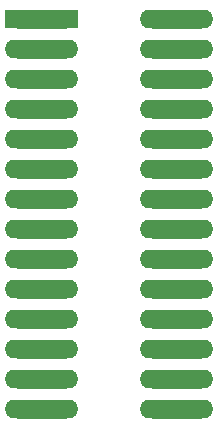
<source format=gbr>
%TF.GenerationSoftware,KiCad,Pcbnew,(5.1.9)-1*%
%TF.CreationDate,2021-11-22T21:10:40-05:00*%
%TF.ProjectId,main,6d61696e-2e6b-4696-9361-645f70636258,rev?*%
%TF.SameCoordinates,Original*%
%TF.FileFunction,Copper,L1,Top*%
%TF.FilePolarity,Positive*%
%FSLAX46Y46*%
G04 Gerber Fmt 4.6, Leading zero omitted, Abs format (unit mm)*
G04 Created by KiCad (PCBNEW (5.1.9)-1) date 2021-11-22 21:10:40*
%MOMM*%
%LPD*%
G01*
G04 APERTURE LIST*
%TA.AperFunction,ComponentPad*%
%ADD10O,2.400000X1.600000*%
%TD*%
%TA.AperFunction,ComponentPad*%
%ADD11R,2.400000X1.600000*%
%TD*%
%TA.AperFunction,Conductor*%
%ADD12C,1.600000*%
%TD*%
G04 APERTURE END LIST*
D10*
%TO.P,REF\u002A\u002A,28*%
%TO.N,N/C*%
X11430000Y0D03*
%TO.P,REF\u002A\u002A,14*%
X3810000Y-33020000D03*
%TO.P,REF\u002A\u002A,27*%
X11430000Y-2540000D03*
%TO.P,REF\u002A\u002A,13*%
X3810000Y-30480000D03*
%TO.P,REF\u002A\u002A,26*%
X11430000Y-5080000D03*
%TO.P,REF\u002A\u002A,12*%
X3810000Y-27940000D03*
%TO.P,REF\u002A\u002A,25*%
X11430000Y-7620000D03*
%TO.P,REF\u002A\u002A,11*%
X3810000Y-25400000D03*
%TO.P,REF\u002A\u002A,24*%
X11430000Y-10160000D03*
%TO.P,REF\u002A\u002A,10*%
X3810000Y-22860000D03*
%TO.P,REF\u002A\u002A,23*%
X11430000Y-12700000D03*
%TO.P,REF\u002A\u002A,9*%
X3810000Y-20320000D03*
%TO.P,REF\u002A\u002A,22*%
X11430000Y-15240000D03*
%TO.P,REF\u002A\u002A,8*%
X3810000Y-17780000D03*
%TO.P,REF\u002A\u002A,21*%
X11430000Y-17780000D03*
%TO.P,REF\u002A\u002A,7*%
X3810000Y-15240000D03*
%TO.P,REF\u002A\u002A,20*%
X11430000Y-20320000D03*
%TO.P,REF\u002A\u002A,6*%
X3810000Y-12700000D03*
%TO.P,REF\u002A\u002A,19*%
X11430000Y-22860000D03*
%TO.P,REF\u002A\u002A,5*%
X3810000Y-10160000D03*
%TO.P,REF\u002A\u002A,18*%
X11430000Y-25400000D03*
%TO.P,REF\u002A\u002A,4*%
X3810000Y-7620000D03*
%TO.P,REF\u002A\u002A,17*%
X11430000Y-27940000D03*
%TO.P,REF\u002A\u002A,3*%
X3810000Y-5080000D03*
%TO.P,REF\u002A\u002A,16*%
X11430000Y-30480000D03*
%TO.P,REF\u002A\u002A,2*%
X3810000Y-2540000D03*
%TO.P,REF\u002A\u002A,15*%
X11430000Y-33020000D03*
D11*
%TO.P,REF\u002A\u002A,1*%
X3810000Y0D03*
%TD*%
D10*
%TO.P,REF\u002A\u002A,28*%
%TO.N,N/C*%
X15240000Y0D03*
%TO.P,REF\u002A\u002A,14*%
X0Y-33020000D03*
%TO.P,REF\u002A\u002A,27*%
X15240000Y-2540000D03*
%TO.P,REF\u002A\u002A,13*%
X0Y-30480000D03*
%TO.P,REF\u002A\u002A,26*%
X15240000Y-5080000D03*
%TO.P,REF\u002A\u002A,12*%
X0Y-27940000D03*
%TO.P,REF\u002A\u002A,25*%
X15240000Y-7620000D03*
%TO.P,REF\u002A\u002A,11*%
X0Y-25400000D03*
%TO.P,REF\u002A\u002A,24*%
X15240000Y-10160000D03*
%TO.P,REF\u002A\u002A,10*%
X0Y-22860000D03*
%TO.P,REF\u002A\u002A,23*%
X15240000Y-12700000D03*
%TO.P,REF\u002A\u002A,9*%
X0Y-20320000D03*
%TO.P,REF\u002A\u002A,22*%
X15240000Y-15240000D03*
%TO.P,REF\u002A\u002A,8*%
X0Y-17780000D03*
%TO.P,REF\u002A\u002A,21*%
X15240000Y-17780000D03*
%TO.P,REF\u002A\u002A,7*%
X0Y-15240000D03*
%TO.P,REF\u002A\u002A,20*%
X15240000Y-20320000D03*
%TO.P,REF\u002A\u002A,6*%
X0Y-12700000D03*
%TO.P,REF\u002A\u002A,19*%
X15240000Y-22860000D03*
%TO.P,REF\u002A\u002A,5*%
X0Y-10160000D03*
%TO.P,REF\u002A\u002A,18*%
X15240000Y-25400000D03*
%TO.P,REF\u002A\u002A,4*%
X0Y-7620000D03*
%TO.P,REF\u002A\u002A,17*%
X15240000Y-27940000D03*
%TO.P,REF\u002A\u002A,3*%
X0Y-5080000D03*
%TO.P,REF\u002A\u002A,16*%
X15240000Y-30480000D03*
%TO.P,REF\u002A\u002A,2*%
X0Y-2540000D03*
%TO.P,REF\u002A\u002A,15*%
X15240000Y-33020000D03*
D11*
%TO.P,REF\u002A\u002A,1*%
X0Y0D03*
%TD*%
D12*
%TO.N,*%
X0Y0D02*
X3810000Y0D01*
X0Y-2540000D02*
X3810000Y-2540000D01*
X0Y-5080000D02*
X3810000Y-5080000D01*
X0Y-7620000D02*
X3810000Y-7620000D01*
X0Y-10160000D02*
X3810000Y-10160000D01*
X0Y-12700000D02*
X3810000Y-12700000D01*
X0Y-15240000D02*
X3810000Y-15240000D01*
X0Y-17780000D02*
X3810000Y-17780000D01*
X0Y-20320000D02*
X3810000Y-20320000D01*
X3810000Y-22860000D02*
X0Y-22860000D01*
X0Y-25400000D02*
X3810000Y-25400000D01*
X3810000Y-27940000D02*
X0Y-27940000D01*
X0Y-30480000D02*
X3810000Y-30480000D01*
X3810000Y-33020000D02*
X0Y-33020000D01*
X11430000Y-33020000D02*
X15240000Y-33020000D01*
X15240000Y-30480000D02*
X11430000Y-30480000D01*
X11430000Y-27940000D02*
X15240000Y-27940000D01*
X15240000Y-25400000D02*
X11430000Y-25400000D01*
X11430000Y-22860000D02*
X15240000Y-22860000D01*
X15240000Y-20320000D02*
X11430000Y-20320000D01*
X11430000Y-17780000D02*
X15240000Y-17780000D01*
X15240000Y-15240000D02*
X11430000Y-15240000D01*
X15240000Y-12700000D02*
X11430000Y-12700000D01*
X11430000Y-10160000D02*
X15240000Y-10160000D01*
X15240000Y-7620000D02*
X11430000Y-7620000D01*
X11430000Y-5080000D02*
X15240000Y-5080000D01*
X11430000Y-2540000D02*
X15240000Y-2540000D01*
X11430000Y0D02*
X15240000Y0D01*
%TD*%
M02*

</source>
